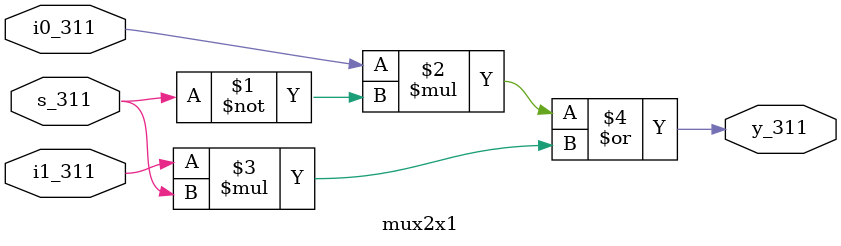
<source format=v>
`timescale 1ns / 1ps
module mux2x1(
    input i0_311,
    input i1_311,
    output y_311,
    input s_311
    );
	 assign y_311=((i0_311)*(~s_311)|(i1_311)*(s_311));
endmodule


</source>
